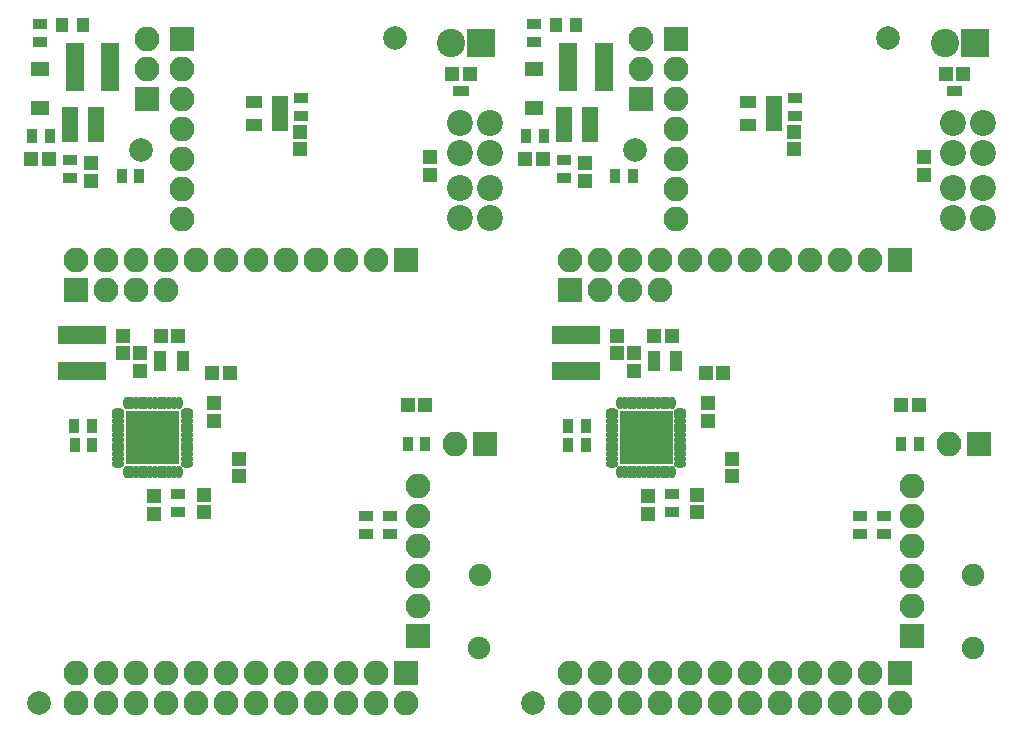
<source format=gts>
G04 #@! TF.GenerationSoftware,KiCad,Pcbnew,5.0.0-fee4fd1~66~ubuntu16.04.1*
G04 #@! TF.CreationDate,2018-09-16T13:21:58+02:00*
G04 #@! TF.ProjectId,WiRoc_NanoPi_v1_Panelized,5769526F635F4E616E6F50695F76315F,rev?*
G04 #@! TF.SameCoordinates,Original*
G04 #@! TF.FileFunction,Soldermask,Top*
G04 #@! TF.FilePolarity,Negative*
%FSLAX46Y46*%
G04 Gerber Fmt 4.6, Leading zero omitted, Abs format (unit mm)*
G04 Created by KiCad (PCBNEW 5.0.0-fee4fd1~66~ubuntu16.04.1) date Sun Sep 16 13:21:58 2018*
%MOMM*%
%LPD*%
G01*
G04 APERTURE LIST*
%ADD10R,2.100000X2.100000*%
%ADD11O,2.100000X2.100000*%
%ADD12C,2.000000*%
%ADD13R,1.150000X1.200000*%
%ADD14R,1.200000X1.150000*%
%ADD15C,1.900000*%
%ADD16R,1.300000X0.900000*%
%ADD17R,0.700000X0.950000*%
%ADD18C,2.200000*%
%ADD19R,0.900000X1.300000*%
%ADD20R,1.500000X4.100000*%
%ADD21R,1.600000X1.300000*%
%ADD22R,1.800000X1.800000*%
%ADD23O,0.600000X1.100000*%
%ADD24O,1.100000X0.600000*%
%ADD25R,1.100000X1.700000*%
%ADD26R,1.000000X1.200000*%
%ADD27R,2.400000X2.400000*%
%ADD28C,2.400000*%
%ADD29R,4.100000X1.500000*%
%ADD30R,1.460000X1.050000*%
G04 APERTURE END LIST*
D10*
G04 #@! TO.C,J1*
X114410900Y-66061200D03*
D11*
X111870900Y-66061200D03*
G04 #@! TD*
D12*
G04 #@! TO.C,FID3*
X106757960Y-31722060D03*
G04 #@! TD*
D13*
G04 #@! TO.C,C5*
X109732300Y-41797540D03*
X109732300Y-43297540D03*
G04 #@! TD*
D11*
G04 #@! TO.C,J6*
X79806000Y-50468000D03*
X82346000Y-50468000D03*
X84886000Y-50468000D03*
X87426000Y-50468000D03*
X89966000Y-50468000D03*
X92506000Y-50468000D03*
X95046000Y-50468000D03*
X97586000Y-50468000D03*
X100126000Y-50468000D03*
X102666000Y-50468000D03*
X105206000Y-50468000D03*
D10*
X107746000Y-50468000D03*
G04 #@! TD*
D14*
G04 #@! TO.C,C3*
X113114000Y-34715200D03*
X111614000Y-34715200D03*
G04 #@! TD*
D13*
G04 #@! TO.C,C8*
X85226380Y-58393900D03*
X85226380Y-59893900D03*
G04 #@! TD*
D15*
G04 #@! TO.C,TP14*
X113906000Y-83348000D03*
G04 #@! TD*
D14*
G04 #@! TO.C,C9*
X88437640Y-56896000D03*
X86937640Y-56896000D03*
G04 #@! TD*
D16*
G04 #@! TO.C,R8*
X79254760Y-42044680D03*
X79254760Y-43544680D03*
G04 #@! TD*
D13*
G04 #@! TO.C,C11*
X83781120Y-58392760D03*
X83781120Y-56892760D03*
G04 #@! TD*
D11*
G04 #@! TO.C,U2*
X88766000Y-47063000D03*
X88766000Y-44523000D03*
X88766000Y-41983000D03*
X88766000Y-39443000D03*
X88766000Y-36903000D03*
X88766000Y-34363000D03*
D10*
X88766000Y-31823000D03*
G04 #@! TD*
D14*
G04 #@! TO.C,C10*
X92783500Y-60074300D03*
X91283500Y-60074300D03*
G04 #@! TD*
D17*
G04 #@! TO.C,D1*
X112039000Y-36215200D03*
X112689000Y-36215200D03*
G04 #@! TD*
D11*
G04 #@! TO.C,J7*
X87426000Y-53008000D03*
X84886000Y-53008000D03*
X82346000Y-53008000D03*
D10*
X79806000Y-53008000D03*
G04 #@! TD*
D16*
G04 #@! TO.C,R12*
X104365280Y-73693720D03*
X104365280Y-72193720D03*
G04 #@! TD*
D13*
G04 #@! TO.C,C1*
X86369300Y-70475600D03*
X86369300Y-71975600D03*
G04 #@! TD*
D18*
G04 #@! TO.C,J2*
X112266000Y-41448000D03*
X114806000Y-41448000D03*
X112266000Y-38908000D03*
X114806000Y-38908000D03*
G04 #@! TD*
D19*
G04 #@! TO.C,R4*
X107841840Y-66055240D03*
X109341840Y-66055240D03*
G04 #@! TD*
D13*
G04 #@! TO.C,C2*
X93544800Y-67324600D03*
X93544800Y-68824600D03*
G04 #@! TD*
D20*
G04 #@! TO.C,L2*
X79664660Y-34158680D03*
X82664660Y-34158680D03*
G04 #@! TD*
D14*
G04 #@! TO.C,C13*
X75996360Y-41943780D03*
X77496360Y-41943780D03*
G04 #@! TD*
D10*
G04 #@! TO.C,J5*
X108766000Y-82368000D03*
D11*
X108766000Y-79828000D03*
X108766000Y-77288000D03*
X108766000Y-74748000D03*
X108766000Y-72208000D03*
X108766000Y-69668000D03*
G04 #@! TD*
D19*
G04 #@! TO.C,R3*
X81138300Y-64518100D03*
X79638300Y-64518100D03*
G04 #@! TD*
D21*
G04 #@! TO.C,D3*
X76714760Y-34362880D03*
X76714760Y-37662880D03*
G04 #@! TD*
D16*
G04 #@! TO.C,R6*
X76765640Y-32050420D03*
X76765640Y-30550420D03*
G04 #@! TD*
D11*
G04 #@! TO.C,J9*
X79806000Y-88018000D03*
X79806000Y-85478000D03*
X82346000Y-88018000D03*
X82346000Y-85478000D03*
X84886000Y-88018000D03*
X84886000Y-85478000D03*
X87426000Y-88018000D03*
X87426000Y-85478000D03*
X89966000Y-88018000D03*
X89966000Y-85478000D03*
X92506000Y-88018000D03*
X92506000Y-85478000D03*
X95046000Y-88018000D03*
X95046000Y-85478000D03*
X97586000Y-88018000D03*
X97586000Y-85478000D03*
X100126000Y-88018000D03*
X100126000Y-85478000D03*
X102666000Y-88018000D03*
X102666000Y-85478000D03*
X105206000Y-88018000D03*
X105206000Y-85478000D03*
X107746000Y-88018000D03*
D10*
X107746000Y-85478000D03*
G04 #@! TD*
D13*
G04 #@! TO.C,C6*
X90568000Y-70358000D03*
X90568000Y-71858000D03*
G04 #@! TD*
D14*
G04 #@! TO.C,C7*
X109341840Y-62786260D03*
X107841840Y-62786260D03*
G04 #@! TD*
D16*
G04 #@! TO.C,R9*
X98815300Y-36769100D03*
X98815300Y-38269100D03*
G04 #@! TD*
D22*
G04 #@! TO.C,U3*
X84851800Y-66931600D03*
X86251800Y-66931600D03*
X87651800Y-66931600D03*
X87651800Y-65531600D03*
X86251800Y-65531600D03*
X84851800Y-64131600D03*
X84851800Y-65531600D03*
X86251800Y-64131600D03*
X87651800Y-64131600D03*
D23*
X84051800Y-62631600D03*
X84451800Y-62631600D03*
X84851800Y-62631600D03*
X85251800Y-62631600D03*
X85651800Y-62631600D03*
X86051800Y-62631600D03*
X86451800Y-62631600D03*
X86851800Y-62631600D03*
X87251800Y-62631600D03*
X87651800Y-62631600D03*
X88051800Y-62631600D03*
X88451800Y-62631600D03*
D24*
X89151800Y-63331600D03*
X89151800Y-63731600D03*
X89151800Y-64131600D03*
X89151800Y-64531600D03*
X89151800Y-64931600D03*
X89151800Y-65331600D03*
X89151800Y-65731600D03*
X89151800Y-66131600D03*
X89151800Y-66531600D03*
X89151800Y-66931600D03*
X89151800Y-67331600D03*
X89151800Y-67731600D03*
D23*
X88451800Y-68431600D03*
X88051800Y-68431600D03*
X87651800Y-68431600D03*
X87251800Y-68431600D03*
X86851800Y-68431600D03*
X86451800Y-68431600D03*
X86051800Y-68431600D03*
X85651800Y-68431600D03*
X85251800Y-68431600D03*
X84851800Y-68431600D03*
X84451800Y-68431600D03*
X84051800Y-68431600D03*
D24*
X83351800Y-67731600D03*
X83351800Y-67331600D03*
X83351800Y-66931600D03*
X83351800Y-66531600D03*
X83351800Y-66131600D03*
X83351800Y-65731600D03*
X83351800Y-65331600D03*
X83351800Y-64931600D03*
X83351800Y-64531600D03*
X83351800Y-64131600D03*
X83351800Y-63731600D03*
X83351800Y-63331600D03*
G04 #@! TD*
D10*
G04 #@! TO.C,J8*
X85807960Y-36863780D03*
D11*
X85807960Y-34323780D03*
X85807960Y-31783780D03*
G04 #@! TD*
D25*
G04 #@! TO.C,R5*
X88792580Y-59082940D03*
X86892580Y-59082940D03*
G04 #@! TD*
D15*
G04 #@! TO.C,TP9*
X113951240Y-77134720D03*
G04 #@! TD*
D12*
G04 #@! TO.C,FID1*
X85306160Y-41216580D03*
G04 #@! TD*
D26*
G04 #@! TO.C,D2*
X80328360Y-30568900D03*
X78628360Y-30568900D03*
G04 #@! TD*
D27*
G04 #@! TO.C,J3*
X114079000Y-32148000D03*
D28*
X111539000Y-32148000D03*
G04 #@! TD*
D19*
G04 #@! TO.C,R10*
X83628020Y-43365420D03*
X85128020Y-43365420D03*
G04 #@! TD*
D13*
G04 #@! TO.C,C14*
X98777200Y-41139300D03*
X98777200Y-39639300D03*
G04 #@! TD*
D16*
G04 #@! TO.C,R2*
X88401300Y-70297100D03*
X88401300Y-71797100D03*
G04 #@! TD*
D29*
G04 #@! TO.C,L1*
X80311400Y-59872500D03*
X80311400Y-56872500D03*
G04 #@! TD*
D13*
G04 #@! TO.C,C4*
X91487400Y-64126300D03*
X91487400Y-62626300D03*
G04 #@! TD*
D16*
G04 #@! TO.C,R11*
X106376960Y-72206420D03*
X106376960Y-73706420D03*
G04 #@! TD*
D12*
G04 #@! TO.C,FID2*
X76681820Y-88016080D03*
G04 #@! TD*
D18*
G04 #@! TO.C,J4*
X114806000Y-44408000D03*
X112266000Y-44408000D03*
X114806000Y-46948000D03*
X112266000Y-46948000D03*
G04 #@! TD*
D19*
G04 #@! TO.C,R1*
X81150300Y-66157600D03*
X79650300Y-66157600D03*
G04 #@! TD*
G04 #@! TO.C,R7*
X76072560Y-40013380D03*
X77572560Y-40013380D03*
G04 #@! TD*
D13*
G04 #@! TO.C,C12*
X81070860Y-42311380D03*
X81070860Y-43811380D03*
G04 #@! TD*
D30*
G04 #@! TO.C,U5*
X94840200Y-39063500D03*
X94840200Y-37163500D03*
X97040200Y-37163500D03*
X97040200Y-38113500D03*
X97040200Y-39063500D03*
G04 #@! TD*
G04 #@! TO.C,U4*
X81479146Y-39019314D03*
X81479146Y-38069314D03*
X81479146Y-39969314D03*
X79279146Y-39969314D03*
X79279146Y-39019314D03*
X79279146Y-38069314D03*
G04 #@! TD*
D28*
G04 #@! TO.C,J3*
X69739000Y-32148000D03*
D27*
X72279000Y-32148000D03*
G04 #@! TD*
D11*
G04 #@! TO.C,J8*
X44007960Y-31783780D03*
X44007960Y-34323780D03*
D10*
X44007960Y-36863780D03*
G04 #@! TD*
G04 #@! TO.C,U2*
X46966000Y-31823000D03*
D11*
X46966000Y-34363000D03*
X46966000Y-36903000D03*
X46966000Y-39443000D03*
X46966000Y-41983000D03*
X46966000Y-44523000D03*
X46966000Y-47063000D03*
G04 #@! TD*
G04 #@! TO.C,J1*
X70070900Y-66061200D03*
D10*
X72610900Y-66061200D03*
G04 #@! TD*
D11*
G04 #@! TO.C,J5*
X66966000Y-69668000D03*
X66966000Y-72208000D03*
X66966000Y-74748000D03*
X66966000Y-77288000D03*
X66966000Y-79828000D03*
D10*
X66966000Y-82368000D03*
G04 #@! TD*
D18*
G04 #@! TO.C,J2*
X73006000Y-38908000D03*
X70466000Y-38908000D03*
X73006000Y-41448000D03*
X70466000Y-41448000D03*
G04 #@! TD*
D13*
G04 #@! TO.C,C12*
X39270860Y-43811380D03*
X39270860Y-42311380D03*
G04 #@! TD*
G04 #@! TO.C,C1*
X44569300Y-71975600D03*
X44569300Y-70475600D03*
G04 #@! TD*
G04 #@! TO.C,C2*
X51744800Y-68824600D03*
X51744800Y-67324600D03*
G04 #@! TD*
D14*
G04 #@! TO.C,C3*
X69814000Y-34715200D03*
X71314000Y-34715200D03*
G04 #@! TD*
D13*
G04 #@! TO.C,C4*
X49687400Y-62626300D03*
X49687400Y-64126300D03*
G04 #@! TD*
G04 #@! TO.C,C5*
X67932300Y-43297540D03*
X67932300Y-41797540D03*
G04 #@! TD*
G04 #@! TO.C,C6*
X48768000Y-71858000D03*
X48768000Y-70358000D03*
G04 #@! TD*
D14*
G04 #@! TO.C,C7*
X66041840Y-62786260D03*
X67541840Y-62786260D03*
G04 #@! TD*
D13*
G04 #@! TO.C,C8*
X43426380Y-59893900D03*
X43426380Y-58393900D03*
G04 #@! TD*
D14*
G04 #@! TO.C,C9*
X45137640Y-56896000D03*
X46637640Y-56896000D03*
G04 #@! TD*
G04 #@! TO.C,C10*
X49483500Y-60074300D03*
X50983500Y-60074300D03*
G04 #@! TD*
D13*
G04 #@! TO.C,C11*
X41981120Y-56892760D03*
X41981120Y-58392760D03*
G04 #@! TD*
D14*
G04 #@! TO.C,C13*
X35696360Y-41943780D03*
X34196360Y-41943780D03*
G04 #@! TD*
D13*
G04 #@! TO.C,C14*
X56977200Y-39639300D03*
X56977200Y-41139300D03*
G04 #@! TD*
D17*
G04 #@! TO.C,D1*
X70889000Y-36215200D03*
X70239000Y-36215200D03*
G04 #@! TD*
D26*
G04 #@! TO.C,D2*
X36828360Y-30568900D03*
X38528360Y-30568900D03*
G04 #@! TD*
D21*
G04 #@! TO.C,D3*
X34914760Y-37662880D03*
X34914760Y-34362880D03*
G04 #@! TD*
D12*
G04 #@! TO.C,FID1*
X43506160Y-41216580D03*
G04 #@! TD*
G04 #@! TO.C,FID2*
X34881820Y-88016080D03*
G04 #@! TD*
G04 #@! TO.C,FID3*
X64957960Y-31722060D03*
G04 #@! TD*
D19*
G04 #@! TO.C,R1*
X37850300Y-66157600D03*
X39350300Y-66157600D03*
G04 #@! TD*
D16*
G04 #@! TO.C,R2*
X46601300Y-71797100D03*
X46601300Y-70297100D03*
G04 #@! TD*
D19*
G04 #@! TO.C,R3*
X37838300Y-64518100D03*
X39338300Y-64518100D03*
G04 #@! TD*
G04 #@! TO.C,R4*
X67541840Y-66055240D03*
X66041840Y-66055240D03*
G04 #@! TD*
D25*
G04 #@! TO.C,R5*
X45092580Y-59082940D03*
X46992580Y-59082940D03*
G04 #@! TD*
D16*
G04 #@! TO.C,R6*
X34965640Y-30550420D03*
X34965640Y-32050420D03*
G04 #@! TD*
D19*
G04 #@! TO.C,R7*
X35772560Y-40013380D03*
X34272560Y-40013380D03*
G04 #@! TD*
D16*
G04 #@! TO.C,R8*
X37454760Y-43544680D03*
X37454760Y-42044680D03*
G04 #@! TD*
G04 #@! TO.C,R9*
X57015300Y-38269100D03*
X57015300Y-36769100D03*
G04 #@! TD*
D30*
G04 #@! TO.C,U4*
X37479146Y-38069314D03*
X37479146Y-39019314D03*
X37479146Y-39969314D03*
X39679146Y-39969314D03*
X39679146Y-38069314D03*
X39679146Y-39019314D03*
G04 #@! TD*
G04 #@! TO.C,U5*
X55240200Y-39063500D03*
X55240200Y-38113500D03*
X55240200Y-37163500D03*
X53040200Y-37163500D03*
X53040200Y-39063500D03*
G04 #@! TD*
D15*
G04 #@! TO.C,TP9*
X72151240Y-77134720D03*
G04 #@! TD*
G04 #@! TO.C,TP14*
X72106000Y-83348000D03*
G04 #@! TD*
D19*
G04 #@! TO.C,R10*
X43328020Y-43365420D03*
X41828020Y-43365420D03*
G04 #@! TD*
D16*
G04 #@! TO.C,R11*
X64576960Y-73706420D03*
X64576960Y-72206420D03*
G04 #@! TD*
G04 #@! TO.C,R12*
X62565280Y-72193720D03*
X62565280Y-73693720D03*
G04 #@! TD*
D18*
G04 #@! TO.C,J4*
X70466000Y-46948000D03*
X73006000Y-46948000D03*
X70466000Y-44408000D03*
X73006000Y-44408000D03*
G04 #@! TD*
D10*
G04 #@! TO.C,J6*
X65946000Y-50468000D03*
D11*
X63406000Y-50468000D03*
X60866000Y-50468000D03*
X58326000Y-50468000D03*
X55786000Y-50468000D03*
X53246000Y-50468000D03*
X50706000Y-50468000D03*
X48166000Y-50468000D03*
X45626000Y-50468000D03*
X43086000Y-50468000D03*
X40546000Y-50468000D03*
X38006000Y-50468000D03*
G04 #@! TD*
D10*
G04 #@! TO.C,J7*
X38006000Y-53008000D03*
D11*
X40546000Y-53008000D03*
X43086000Y-53008000D03*
X45626000Y-53008000D03*
G04 #@! TD*
D10*
G04 #@! TO.C,J9*
X65946000Y-85478000D03*
D11*
X65946000Y-88018000D03*
X63406000Y-85478000D03*
X63406000Y-88018000D03*
X60866000Y-85478000D03*
X60866000Y-88018000D03*
X58326000Y-85478000D03*
X58326000Y-88018000D03*
X55786000Y-85478000D03*
X55786000Y-88018000D03*
X53246000Y-85478000D03*
X53246000Y-88018000D03*
X50706000Y-85478000D03*
X50706000Y-88018000D03*
X48166000Y-85478000D03*
X48166000Y-88018000D03*
X45626000Y-85478000D03*
X45626000Y-88018000D03*
X43086000Y-85478000D03*
X43086000Y-88018000D03*
X40546000Y-85478000D03*
X40546000Y-88018000D03*
X38006000Y-85478000D03*
X38006000Y-88018000D03*
G04 #@! TD*
D29*
G04 #@! TO.C,L1*
X38511400Y-56872500D03*
X38511400Y-59872500D03*
G04 #@! TD*
D20*
G04 #@! TO.C,L2*
X40864660Y-34158680D03*
X37864660Y-34158680D03*
G04 #@! TD*
D24*
G04 #@! TO.C,U3*
X41551800Y-63331600D03*
X41551800Y-63731600D03*
X41551800Y-64131600D03*
X41551800Y-64531600D03*
X41551800Y-64931600D03*
X41551800Y-65331600D03*
X41551800Y-65731600D03*
X41551800Y-66131600D03*
X41551800Y-66531600D03*
X41551800Y-66931600D03*
X41551800Y-67331600D03*
X41551800Y-67731600D03*
D23*
X42251800Y-68431600D03*
X42651800Y-68431600D03*
X43051800Y-68431600D03*
X43451800Y-68431600D03*
X43851800Y-68431600D03*
X44251800Y-68431600D03*
X44651800Y-68431600D03*
X45051800Y-68431600D03*
X45451800Y-68431600D03*
X45851800Y-68431600D03*
X46251800Y-68431600D03*
X46651800Y-68431600D03*
D24*
X47351800Y-67731600D03*
X47351800Y-67331600D03*
X47351800Y-66931600D03*
X47351800Y-66531600D03*
X47351800Y-66131600D03*
X47351800Y-65731600D03*
X47351800Y-65331600D03*
X47351800Y-64931600D03*
X47351800Y-64531600D03*
X47351800Y-64131600D03*
X47351800Y-63731600D03*
X47351800Y-63331600D03*
D23*
X46651800Y-62631600D03*
X46251800Y-62631600D03*
X45851800Y-62631600D03*
X45451800Y-62631600D03*
X45051800Y-62631600D03*
X44651800Y-62631600D03*
X44251800Y-62631600D03*
X43851800Y-62631600D03*
X43451800Y-62631600D03*
X43051800Y-62631600D03*
X42651800Y-62631600D03*
X42251800Y-62631600D03*
D22*
X45851800Y-64131600D03*
X44451800Y-64131600D03*
X43051800Y-65531600D03*
X43051800Y-64131600D03*
X44451800Y-65531600D03*
X45851800Y-65531600D03*
X45851800Y-66931600D03*
X44451800Y-66931600D03*
X43051800Y-66931600D03*
G04 #@! TD*
M02*

</source>
